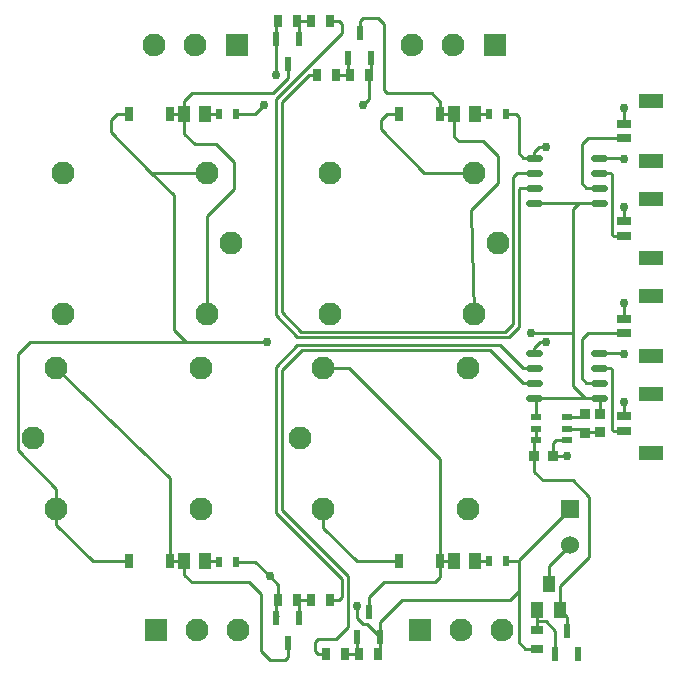
<source format=gbr>
G04 EAGLE Gerber RS-274X export*
G75*
%MOMM*%
%FSLAX34Y34*%
%LPD*%
%INTop Copper*%
%IPPOS*%
%AMOC8*
5,1,8,0,0,1.08239X$1,22.5*%
G01*
G04 Define Apertures*
%ADD10R,1.200000X0.800000*%
%ADD11R,2.150000X1.300000*%
%ADD12R,1.930400X1.930400*%
%ADD13C,1.930400*%
%ADD14C,1.950000*%
%ADD15R,0.624800X1.223500*%
%ADD16C,0.600000*%
%ADD17R,1.031200X1.420200*%
%ADD18R,0.798700X0.973900*%
%ADD19R,0.660400X1.193800*%
%ADD20R,0.611800X0.911800*%
%ADD21R,1.530000X1.530000*%
%ADD22C,1.530000*%
%ADD23R,0.901700X0.508000*%
%ADD24R,0.970200X0.900000*%
%ADD25R,0.970200X0.932600*%
%ADD26R,0.970200X0.920900*%
%ADD27R,0.920900X0.970200*%
%ADD28R,1.000000X1.400000*%
%ADD29R,0.590000X1.260000*%
%ADD30R,0.973900X0.798700*%
%ADD31C,0.254000*%
%ADD32C,0.756400*%
D10*
X490378Y419100D03*
X490378Y431600D03*
D11*
X513328Y400100D03*
X513328Y450600D03*
D10*
X490378Y336550D03*
X490378Y349050D03*
D11*
X513328Y317550D03*
X513328Y368050D03*
D10*
X490378Y254000D03*
X490378Y266500D03*
D11*
X513328Y235000D03*
X513328Y285500D03*
D10*
X490378Y171450D03*
X490378Y183950D03*
D11*
X513328Y152450D03*
X513328Y202950D03*
D12*
X162560Y497840D03*
D13*
X127560Y497840D03*
X92560Y497840D03*
D12*
X381000Y497840D03*
D13*
X346000Y497840D03*
X311000Y497840D03*
D12*
X317500Y2540D03*
D13*
X352500Y2540D03*
X387500Y2540D03*
D12*
X93980Y2540D03*
D13*
X128980Y2540D03*
X163980Y2540D03*
D14*
X157380Y330200D03*
X137380Y390200D03*
X15160Y390200D03*
X15160Y270200D03*
X137380Y270200D03*
X383440Y330200D03*
X363440Y390200D03*
X241220Y390200D03*
X241220Y270200D03*
X363440Y270200D03*
X216000Y165100D03*
X236000Y105100D03*
X358220Y105100D03*
X358220Y225100D03*
X236000Y225100D03*
X-10060Y165100D03*
X9940Y105100D03*
X132160Y105100D03*
X132160Y225100D03*
X9940Y225100D03*
D15*
X215240Y503400D03*
X196240Y503400D03*
X205740Y482120D03*
X257200Y487200D03*
X276200Y487200D03*
X266700Y508480D03*
X264820Y-3020D03*
X283820Y-3020D03*
X274320Y18260D03*
X215240Y13180D03*
X196240Y13180D03*
X205740Y-8100D03*
D16*
X464960Y364490D02*
X473460Y364490D01*
X473460Y377190D02*
X464960Y377190D01*
X464960Y389890D02*
X473460Y389890D01*
X473460Y402590D02*
X464960Y402590D01*
X418960Y402590D02*
X410460Y402590D01*
X410460Y389890D02*
X418960Y389890D01*
X418960Y377190D02*
X410460Y377190D01*
X410460Y364490D02*
X418960Y364490D01*
X464960Y199390D02*
X473460Y199390D01*
X473460Y212090D02*
X464960Y212090D01*
X464960Y224790D02*
X473460Y224790D01*
X473460Y237490D02*
X464960Y237490D01*
X418960Y237490D02*
X410460Y237490D01*
X410460Y224790D02*
X418960Y224790D01*
X418960Y212090D02*
X410460Y212090D01*
X410460Y199390D02*
X418960Y199390D01*
D17*
X136195Y439420D03*
X117805Y439420D03*
D18*
X225528Y518160D03*
X241832Y518160D03*
X197588Y518160D03*
X213892Y518160D03*
D17*
X364795Y439420D03*
X346405Y439420D03*
D18*
X246912Y472440D03*
X230608Y472440D03*
X274852Y472440D03*
X258548Y472440D03*
D17*
X364795Y60960D03*
X346405Y60960D03*
D18*
X254532Y-17780D03*
X238228Y-17780D03*
X282057Y-17780D03*
X265753Y-17780D03*
D17*
X136195Y60960D03*
X117805Y60960D03*
D18*
X225528Y27940D03*
X241832Y27940D03*
X197588Y27940D03*
X213892Y27940D03*
D19*
X299974Y439420D03*
X335026Y439420D03*
X71374Y439420D03*
X106426Y439420D03*
D20*
X391040Y439420D03*
X376040Y439420D03*
X162440Y439420D03*
X147440Y439420D03*
D19*
X71374Y60960D03*
X106426Y60960D03*
X299974Y60960D03*
X335026Y60960D03*
D20*
X162440Y60476D03*
X147440Y60476D03*
X391040Y60960D03*
X376040Y60960D03*
D21*
X444500Y105215D03*
D22*
X444500Y75215D03*
D23*
X416242Y182882D03*
X416242Y173382D03*
X416242Y163882D03*
X442278Y163882D03*
X442278Y173382D03*
X442278Y182882D03*
D24*
X469900Y185798D03*
D25*
X469900Y170259D03*
D26*
X457200Y170054D03*
X457200Y185546D03*
D27*
X414719Y149860D03*
X430211Y149860D03*
D28*
X426720Y41480D03*
X436220Y19480D03*
X417220Y19480D03*
D29*
X441960Y2180D03*
X432460Y-17420D03*
X451460Y-17420D03*
D30*
X416560Y-13232D03*
X416560Y3072D03*
D31*
X71374Y60960D02*
X40640Y60960D01*
X9940Y91660D01*
X236000Y89120D02*
X236000Y105100D01*
X236000Y89120D02*
X264160Y60960D01*
X299974Y60960D01*
X71374Y439420D02*
X60960Y439420D01*
X55880Y434340D01*
X55880Y424180D01*
X89860Y390200D01*
X137380Y390200D01*
X289560Y439420D02*
X299974Y439420D01*
X289560Y439420D02*
X284480Y434340D01*
X284480Y426720D01*
X321000Y390200D01*
X363440Y390200D01*
X469210Y199390D02*
X469900Y198700D01*
X469900Y185798D01*
X416242Y197858D02*
X414710Y199390D01*
X416242Y197858D02*
X416242Y182882D01*
X457200Y199390D02*
X469210Y199390D01*
X457200Y199390D02*
X414710Y199390D01*
X414710Y364490D02*
X452120Y364490D01*
X469210Y364490D01*
X447040Y209550D02*
X457200Y199390D01*
X447040Y209550D02*
X447040Y254000D01*
X447040Y359410D01*
X452120Y364490D01*
X447040Y254000D02*
X411480Y254000D01*
X-22808Y236220D02*
X-22808Y154888D01*
X-22808Y236220D02*
X-12648Y246380D01*
X119380Y246380D01*
X187960Y246380D01*
X109220Y370840D02*
X89860Y390200D01*
X109220Y370840D02*
X109220Y256540D01*
X119380Y246380D01*
D32*
X187960Y246380D03*
X411480Y254000D03*
D31*
X9940Y105100D02*
X9940Y91660D01*
X9940Y105100D02*
X9940Y122140D01*
X-22808Y154888D01*
X215240Y503400D02*
X215240Y516812D01*
X213892Y518160D01*
X225528Y518160D01*
X459740Y419100D02*
X490378Y419100D01*
X459740Y419100D02*
X454660Y414020D01*
X454660Y381000D01*
X458470Y377190D01*
X469210Y377190D01*
X414710Y377190D02*
X402590Y377190D01*
X401320Y375920D01*
X401320Y259080D01*
X393292Y251052D01*
X213768Y251052D01*
X195580Y269240D01*
X195580Y452120D01*
X251460Y508000D01*
X251460Y515620D01*
X248920Y518160D01*
X241832Y518160D01*
X481330Y336550D02*
X490378Y336550D01*
X481330Y336550D02*
X480060Y337820D01*
X480060Y388620D01*
X478790Y389890D01*
X469210Y389890D01*
X490378Y431600D02*
X490378Y444342D01*
X490220Y444500D01*
D32*
X490220Y444500D03*
X490220Y360680D03*
D31*
X490378Y360522D01*
X490378Y349050D01*
X488950Y402590D02*
X469210Y402590D01*
X488950Y402590D02*
X490220Y401320D01*
D32*
X490220Y401320D03*
D31*
X401320Y60960D02*
X391040Y60960D01*
X177800Y439420D02*
X162440Y439420D01*
X162440Y60476D02*
X178284Y60476D01*
X197588Y14528D02*
X196240Y13180D01*
X196240Y26592D01*
X197588Y27940D01*
X283820Y-3020D02*
X283820Y-16017D01*
X282057Y-17780D01*
X196240Y503400D02*
X196240Y516812D01*
X197588Y518160D01*
X276200Y487200D02*
X276200Y473788D01*
X274852Y472440D01*
X414710Y407670D02*
X418520Y411480D01*
X414710Y407670D02*
X414710Y402590D01*
X418520Y411480D02*
X424180Y411480D01*
D32*
X424180Y411480D03*
D31*
X414710Y241990D02*
X414710Y237490D01*
X419100Y246380D02*
X424180Y246380D01*
X419100Y246380D02*
X414710Y241990D01*
D32*
X424180Y246380D03*
D31*
X430211Y160971D02*
X430211Y149860D01*
X430211Y160971D02*
X433122Y163882D01*
X442278Y163882D01*
X441960Y149860D02*
X430211Y149860D01*
D32*
X441960Y149860D03*
D31*
X416560Y-13232D02*
X406932Y-13232D01*
X401320Y-7620D01*
X401320Y35560D01*
X401320Y60960D01*
X401320Y62035D02*
X444500Y105215D01*
X401320Y62035D02*
X401320Y60960D01*
X283820Y9500D02*
X283820Y-3020D01*
X283820Y9500D02*
X302260Y27940D01*
X393700Y27940D01*
X401320Y35560D01*
X283820Y-3020D02*
X273180Y7620D01*
X269240Y7620D01*
X264160Y12700D01*
X264160Y22860D01*
D32*
X264160Y22860D03*
X190500Y48260D03*
D31*
X197588Y41172D01*
X197588Y27940D01*
X190500Y48260D02*
X178284Y60476D01*
X177800Y439420D02*
X185420Y447040D01*
D32*
X185420Y447040D03*
D31*
X391040Y439420D02*
X398780Y439420D01*
X401320Y436880D01*
X401320Y406400D01*
X405130Y402590D01*
X414710Y402590D01*
X274852Y452652D02*
X274852Y472440D01*
X274852Y452652D02*
X269240Y447040D01*
D32*
X269240Y447040D03*
D31*
X196240Y473100D02*
X196240Y503400D01*
X196240Y473100D02*
X195580Y472440D01*
D32*
X195580Y472440D03*
D31*
X257200Y473788D02*
X257200Y487200D01*
X257200Y473788D02*
X258548Y472440D01*
X246912Y472440D01*
X400050Y389890D02*
X414710Y389890D01*
X400050Y389890D02*
X396240Y386080D01*
X396240Y261620D01*
X389736Y255116D01*
X217324Y255116D01*
X200660Y271780D01*
X200660Y449580D01*
X223520Y472440D01*
X230608Y472440D01*
X264820Y-3020D02*
X264820Y-16847D01*
X265753Y-17780D01*
X254532Y-17780D01*
X459740Y254000D02*
X490378Y254000D01*
X459740Y254000D02*
X454660Y248920D01*
X454660Y215900D01*
X458470Y212090D01*
X469210Y212090D01*
X414710Y212090D02*
X405130Y212090D01*
X256540Y48260D02*
X200660Y104140D01*
X256540Y48260D02*
X256540Y5080D01*
X246380Y-5080D01*
X231140Y-5080D01*
X228600Y-7620D01*
X228600Y-15240D01*
X231140Y-17780D01*
X238228Y-17780D01*
X200660Y104140D02*
X200660Y222740D01*
X218104Y240184D01*
X377036Y240184D02*
X405130Y212090D01*
X377036Y240184D02*
X218104Y240184D01*
X481330Y171450D02*
X490378Y171450D01*
X481330Y171450D02*
X480060Y172720D01*
X480060Y223520D01*
X478790Y224790D01*
X469210Y224790D01*
X490378Y266500D02*
X490378Y279242D01*
X490220Y279400D01*
D32*
X490220Y279400D03*
X490220Y195580D03*
D31*
X490378Y195422D01*
X490378Y183950D01*
X488950Y237490D02*
X469210Y237490D01*
X488950Y237490D02*
X490220Y236220D01*
D32*
X490220Y236220D03*
D31*
X225528Y27940D02*
X213892Y27940D01*
X215240Y26592D02*
X215240Y13180D01*
X215240Y26592D02*
X213892Y27940D01*
X405130Y224790D02*
X414710Y224790D01*
X195580Y225947D02*
X195580Y101600D01*
X251460Y45720D01*
X248920Y27940D02*
X241832Y27940D01*
X248920Y27940D02*
X251460Y30480D01*
X251460Y45720D01*
X195580Y225947D02*
X213881Y244248D01*
X385672Y244248D02*
X405130Y224790D01*
X385672Y244248D02*
X213881Y244248D01*
X117805Y439420D02*
X106426Y439420D01*
X117805Y439420D02*
X117805Y423215D01*
X127000Y414020D01*
X144780Y414020D01*
X160020Y398780D01*
X160020Y375920D01*
X137380Y353280D01*
X137380Y270200D01*
X205740Y469900D02*
X205740Y482120D01*
X205740Y469900D02*
X193040Y457200D01*
X124460Y457200D01*
X117805Y450545D01*
X117805Y439420D01*
X335026Y439420D02*
X346405Y439420D01*
X346405Y420675D01*
X350520Y416560D01*
X370840Y416560D01*
X383540Y403860D01*
X383540Y381000D01*
X360900Y358360D01*
X363440Y270200D01*
X266700Y508480D02*
X266700Y518160D01*
X269240Y520700D01*
X281940Y520700D01*
X287020Y515620D01*
X287020Y459740D01*
X289560Y457200D01*
X327660Y457200D01*
X335026Y449834D01*
X335026Y439420D01*
X117805Y60960D02*
X106426Y60960D01*
X106426Y131154D01*
X9940Y225100D01*
X205740Y-8100D02*
X205740Y-20268D01*
X203200Y-22808D01*
X190448Y-22808D01*
X182880Y-15240D01*
X182880Y33020D01*
X172720Y43180D01*
X124460Y43180D01*
X117805Y49835D01*
X117805Y60960D01*
X335026Y60960D02*
X346405Y60960D01*
X335026Y60960D02*
X335026Y147574D01*
X257500Y225100D01*
X236000Y225100D01*
X274320Y30480D02*
X274320Y18260D01*
X274320Y30480D02*
X287020Y43180D01*
X330200Y43180D01*
X335026Y48006D01*
X335026Y60960D01*
X364795Y439420D02*
X376040Y439420D01*
X147440Y439420D02*
X136195Y439420D01*
X364795Y60960D02*
X376040Y60960D01*
X146956Y60960D02*
X136195Y60960D01*
X146956Y60960D02*
X147440Y60476D01*
X442278Y182882D02*
X454536Y182882D01*
X457200Y185546D01*
X457405Y170259D02*
X457200Y170054D01*
X457405Y170259D02*
X469900Y170259D01*
X457200Y170054D02*
X453872Y173382D01*
X442278Y173382D01*
X426720Y57435D02*
X426720Y41480D01*
X426720Y57435D02*
X444500Y75215D01*
X436220Y19480D02*
X441960Y13740D01*
X441960Y2180D01*
X414719Y149860D02*
X414719Y162359D01*
X416242Y163882D01*
X416242Y173382D01*
X436220Y39980D02*
X436220Y19480D01*
X447040Y129540D02*
X421640Y129540D01*
X414719Y136461D01*
X414719Y149860D01*
X461264Y65024D02*
X436220Y39980D01*
X461264Y115316D02*
X447040Y129540D01*
X461264Y115316D02*
X461264Y65024D01*
X417220Y19480D02*
X417220Y10160D01*
X417220Y3732D01*
X416560Y3072D01*
X432460Y1880D02*
X432460Y-17420D01*
X432460Y1880D02*
X424180Y10160D01*
X417220Y10160D01*
M02*

</source>
